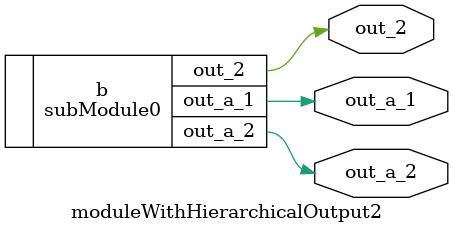
<source format=v>
module subModule0(output out_a_1, output out_a_2, output out_2, output out);
  assign {out_a_1, out_a_2, out_2, out} = 0;
endmodule

module moduleWithHierarchicalOutput2(output out_a_1, output out_a_2, output out_2);
  subModule0 b(out_a_1, out_a_2, out_2);
endmodule


</source>
